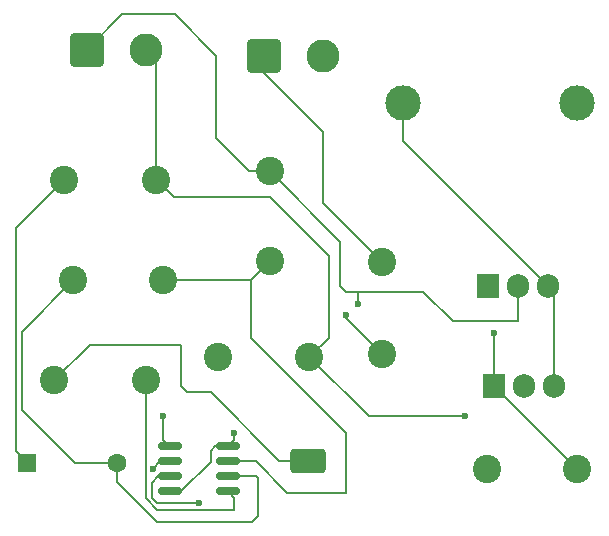
<source format=gbr>
%TF.GenerationSoftware,KiCad,Pcbnew,9.0.6*%
%TF.CreationDate,2025-11-19T21:55:10+05:30*%
%TF.ProjectId,class d  amplifier,636c6173-7320-4642-9020-616d706c6966,rev?*%
%TF.SameCoordinates,Original*%
%TF.FileFunction,Copper,L1,Top*%
%TF.FilePolarity,Positive*%
%FSLAX46Y46*%
G04 Gerber Fmt 4.6, Leading zero omitted, Abs format (unit mm)*
G04 Created by KiCad (PCBNEW 9.0.6) date 2025-11-19 21:55:10*
%MOMM*%
%LPD*%
G01*
G04 APERTURE LIST*
G04 Aperture macros list*
%AMRoundRect*
0 Rectangle with rounded corners*
0 $1 Rounding radius*
0 $2 $3 $4 $5 $6 $7 $8 $9 X,Y pos of 4 corners*
0 Add a 4 corners polygon primitive as box body*
4,1,4,$2,$3,$4,$5,$6,$7,$8,$9,$2,$3,0*
0 Add four circle primitives for the rounded corners*
1,1,$1+$1,$2,$3*
1,1,$1+$1,$4,$5*
1,1,$1+$1,$6,$7*
1,1,$1+$1,$8,$9*
0 Add four rect primitives between the rounded corners*
20,1,$1+$1,$2,$3,$4,$5,0*
20,1,$1+$1,$4,$5,$6,$7,0*
20,1,$1+$1,$6,$7,$8,$9,0*
20,1,$1+$1,$8,$9,$2,$3,0*%
G04 Aperture macros list end*
%TA.AperFunction,SMDPad,CuDef*%
%ADD10RoundRect,0.150000X-0.825000X-0.150000X0.825000X-0.150000X0.825000X0.150000X-0.825000X0.150000X0*%
%TD*%
%TA.AperFunction,ComponentPad*%
%ADD11C,2.400000*%
%TD*%
%TA.AperFunction,ComponentPad*%
%ADD12RoundRect,0.250000X-0.550000X-0.550000X0.550000X-0.550000X0.550000X0.550000X-0.550000X0.550000X0*%
%TD*%
%TA.AperFunction,ComponentPad*%
%ADD13C,1.600000*%
%TD*%
%TA.AperFunction,ComponentPad*%
%ADD14C,3.000000*%
%TD*%
%TA.AperFunction,ComponentPad*%
%ADD15RoundRect,0.250000X1.250000X-0.750000X1.250000X0.750000X-1.250000X0.750000X-1.250000X-0.750000X0*%
%TD*%
%TA.AperFunction,ComponentPad*%
%ADD16R,1.905000X2.000000*%
%TD*%
%TA.AperFunction,ComponentPad*%
%ADD17O,1.905000X2.000000*%
%TD*%
%TA.AperFunction,ComponentPad*%
%ADD18RoundRect,0.250001X-1.149999X-1.149999X1.149999X-1.149999X1.149999X1.149999X-1.149999X1.149999X0*%
%TD*%
%TA.AperFunction,ComponentPad*%
%ADD19C,2.800000*%
%TD*%
%TA.AperFunction,ViaPad*%
%ADD20C,0.600000*%
%TD*%
%TA.AperFunction,Conductor*%
%ADD21C,0.200000*%
%TD*%
G04 APERTURE END LIST*
D10*
%TO.P,U1,1,GND*%
%TO.N,Net-(J2-Pin_2)*%
X95025000Y-90595000D03*
%TO.P,U1,2,TR*%
%TO.N,Net-(D1-K)*%
X95025000Y-91865000D03*
%TO.P,U1,3,Q*%
%TO.N,Net-(U1-Q)*%
X95025000Y-93135000D03*
%TO.P,U1,4,R*%
%TO.N,Net-(J2-Pin_1)*%
X95025000Y-94405000D03*
%TO.P,U1,5,CV*%
%TO.N,Net-(U1-CV)*%
X99975000Y-94405000D03*
%TO.P,U1,6,THR*%
%TO.N,Net-(D1-A)*%
X99975000Y-93135000D03*
%TO.P,U1,7,DIS*%
%TO.N,Net-(U1-DIS)*%
X99975000Y-91865000D03*
%TO.P,U1,8,VCC*%
%TO.N,Net-(J2-Pin_1)*%
X99975000Y-90595000D03*
%TD*%
D11*
%TO.P,R1,1*%
%TO.N,Net-(U1-DIS)*%
X103500000Y-74910000D03*
%TO.P,R1,2*%
%TO.N,Net-(J2-Pin_1)*%
X103500000Y-67290000D03*
%TD*%
D12*
%TO.P,D1,1,K*%
%TO.N,Net-(D1-K)*%
X83000000Y-92000000D03*
D13*
%TO.P,D1,2,A*%
%TO.N,Net-(D1-A)*%
X90620000Y-92000000D03*
%TD*%
D14*
%TO.P,L1,1,1*%
%TO.N,Net-(Q1-E)*%
X114800000Y-61500000D03*
%TO.P,L1,2,2*%
%TO.N,Net-(C3-Pad1)*%
X129500000Y-61500000D03*
%TD*%
D11*
%TO.P,C2,1*%
%TO.N,Net-(J1-Pin_1)*%
X85250000Y-85000000D03*
%TO.P,C2,2*%
%TO.N,Net-(U1-CV)*%
X93000000Y-85000000D03*
%TD*%
%TO.P,C3,1*%
%TO.N,Net-(C3-Pad1)*%
X99125000Y-83000000D03*
%TO.P,C3,2*%
%TO.N,Net-(J2-Pin_2)*%
X106875000Y-83000000D03*
%TD*%
D15*
%TO.P,J1,1,Pin_1*%
%TO.N,Net-(J1-Pin_1)*%
X106717500Y-91800000D03*
%TD*%
D11*
%TO.P,C1,1*%
%TO.N,Net-(D1-K)*%
X86125000Y-68000000D03*
%TO.P,C1,2*%
%TO.N,Net-(J2-Pin_2)*%
X93875000Y-68000000D03*
%TD*%
D16*
%TO.P,Q1,1,B*%
%TO.N,Net-(Q1-B)*%
X122000000Y-77000000D03*
D17*
%TO.P,Q1,2,C*%
%TO.N,Net-(J2-Pin_1)*%
X124540000Y-77000000D03*
%TO.P,Q1,3,E*%
%TO.N,Net-(Q1-E)*%
X127080000Y-77000000D03*
%TD*%
D11*
%TO.P,R2,1*%
%TO.N,Net-(D1-A)*%
X86880000Y-76500000D03*
%TO.P,R2,2*%
%TO.N,Net-(U1-DIS)*%
X94500000Y-76500000D03*
%TD*%
D18*
%TO.P,J3,1,Pin_1*%
%TO.N,Net-(J3-Pin_1)*%
X103000000Y-57500000D03*
D19*
%TO.P,J3,2,Pin_2*%
%TO.N,Net-(J2-Pin_2)*%
X108000000Y-57500000D03*
%TD*%
D11*
%TO.P,R3,1*%
%TO.N,Net-(U1-Q)*%
X121880000Y-92500000D03*
%TO.P,R3,2*%
%TO.N,Net-(Q1-B)*%
X129500000Y-92500000D03*
%TD*%
D16*
%TO.P,Q2,1,B*%
%TO.N,Net-(Q1-B)*%
X122500000Y-85500000D03*
D17*
%TO.P,Q2,2,C*%
%TO.N,Net-(J2-Pin_2)*%
X125040000Y-85500000D03*
%TO.P,Q2,3,E*%
%TO.N,Net-(Q1-E)*%
X127580000Y-85500000D03*
%TD*%
D18*
%TO.P,J2,1,Pin_1*%
%TO.N,Net-(J2-Pin_1)*%
X88000000Y-57000000D03*
D19*
%TO.P,J2,2,Pin_2*%
%TO.N,Net-(J2-Pin_2)*%
X93000000Y-57000000D03*
%TD*%
D11*
%TO.P,C4,1*%
%TO.N,Net-(C3-Pad1)*%
X113000000Y-82750000D03*
%TO.P,C4,2*%
%TO.N,Net-(J3-Pin_1)*%
X113000000Y-75000000D03*
%TD*%
D20*
%TO.N,Net-(D1-K)*%
X93600000Y-92500000D03*
%TO.N,Net-(J2-Pin_2)*%
X120000000Y-88000000D03*
X94500000Y-88000000D03*
%TO.N,Net-(C3-Pad1)*%
X110000000Y-79500000D03*
%TO.N,Net-(J2-Pin_1)*%
X111000000Y-78500000D03*
X100500000Y-89500000D03*
%TO.N,Net-(Q1-B)*%
X122500000Y-81000000D03*
%TO.N,Net-(U1-Q)*%
X97500000Y-95400000D03*
%TD*%
D21*
%TO.N,Net-(D1-K)*%
X82000000Y-91000000D02*
X82000000Y-72125000D01*
X83000000Y-92000000D02*
X82000000Y-91000000D01*
X82000000Y-72125000D02*
X86125000Y-68000000D01*
X95025000Y-91865000D02*
X94235000Y-91865000D01*
X94235000Y-91865000D02*
X93600000Y-92500000D01*
%TO.N,Net-(J2-Pin_2)*%
X95025000Y-90595000D02*
X94500000Y-90070000D01*
X103500000Y-69500000D02*
X95375000Y-69500000D01*
X95375000Y-69500000D02*
X93875000Y-68000000D01*
X108500000Y-74500000D02*
X103500000Y-69500000D01*
X93875000Y-68000000D02*
X93875000Y-57875000D01*
X111875000Y-88000000D02*
X120000000Y-88000000D01*
X94500000Y-90070000D02*
X94500000Y-88000000D01*
X106875000Y-83000000D02*
X111875000Y-88000000D01*
X108500000Y-81375000D02*
X108500000Y-74500000D01*
X106875000Y-83000000D02*
X108500000Y-81375000D01*
X93875000Y-57875000D02*
X93000000Y-57000000D01*
%TO.N,Net-(U1-CV)*%
X94000000Y-96000000D02*
X100500000Y-96000000D01*
X100500000Y-96000000D02*
X100500000Y-94930000D01*
X93000000Y-85000000D02*
X93000000Y-95000000D01*
X100500000Y-94930000D02*
X99975000Y-94405000D01*
X93000000Y-95000000D02*
X94000000Y-96000000D01*
%TO.N,Net-(J1-Pin_1)*%
X96500000Y-86000000D02*
X96000000Y-85500000D01*
X96000000Y-85500000D02*
X96000000Y-82000000D01*
X104300000Y-91800000D02*
X98500000Y-86000000D01*
X98500000Y-86000000D02*
X96500000Y-86000000D01*
X88250000Y-82000000D02*
X85250000Y-85000000D01*
X96000000Y-82000000D02*
X88250000Y-82000000D01*
X106717500Y-91800000D02*
X104300000Y-91800000D01*
%TO.N,Net-(C3-Pad1)*%
X113000000Y-82750000D02*
X110000000Y-79750000D01*
X110000000Y-79750000D02*
X110000000Y-79500000D01*
%TO.N,Net-(J3-Pin_1)*%
X103000000Y-59000000D02*
X103000000Y-57500000D01*
X108000000Y-64000000D02*
X103000000Y-59000000D01*
X113000000Y-75000000D02*
X108000000Y-70000000D01*
X108000000Y-70000000D02*
X108000000Y-64000000D01*
%TO.N,Net-(D1-A)*%
X102500000Y-96500000D02*
X102500000Y-93270000D01*
X82500000Y-87500000D02*
X82500000Y-80880000D01*
X94000000Y-97000000D02*
X102000000Y-97000000D01*
X90620000Y-92000000D02*
X87000000Y-92000000D01*
X102500000Y-93270000D02*
X102365000Y-93135000D01*
X90620000Y-93620000D02*
X94000000Y-97000000D01*
X102365000Y-93135000D02*
X99975000Y-93135000D01*
X82500000Y-80880000D02*
X86880000Y-76500000D01*
X90620000Y-92000000D02*
X90620000Y-93620000D01*
X87000000Y-92000000D02*
X82500000Y-87500000D01*
X102000000Y-97000000D02*
X102500000Y-96500000D01*
%TO.N,Net-(J2-Pin_1)*%
X119000000Y-80000000D02*
X124500000Y-80000000D01*
X98500000Y-91000000D02*
X98905000Y-90595000D01*
X95500000Y-54000000D02*
X99000000Y-57500000D01*
X116500000Y-77500000D02*
X119000000Y-80000000D01*
X103500000Y-67290000D02*
X109500000Y-73290000D01*
X111000000Y-77500000D02*
X111000000Y-78500000D01*
X124500000Y-80000000D02*
X124540000Y-79960000D01*
X124540000Y-79960000D02*
X124540000Y-77000000D01*
X91000000Y-54000000D02*
X95500000Y-54000000D01*
X99000000Y-57500000D02*
X99000000Y-64500000D01*
X88000000Y-57000000D02*
X91000000Y-54000000D01*
X99000000Y-64500000D02*
X101790000Y-67290000D01*
X111000000Y-77500000D02*
X116500000Y-77500000D01*
X101790000Y-67290000D02*
X103500000Y-67290000D01*
X110000000Y-77500000D02*
X111000000Y-77500000D01*
X99975000Y-90595000D02*
X100500000Y-90070000D01*
X95025000Y-94405000D02*
X95999999Y-94405000D01*
X100500000Y-90070000D02*
X100500000Y-89500000D01*
X98905000Y-90595000D02*
X99975000Y-90595000D01*
X109500000Y-73290000D02*
X109500000Y-77000000D01*
X109500000Y-77000000D02*
X110000000Y-77500000D01*
X98500000Y-91904999D02*
X98500000Y-91000000D01*
X95999999Y-94405000D02*
X98500000Y-91904999D01*
%TO.N,Net-(Q1-E)*%
X114800000Y-61500000D02*
X114800000Y-64720000D01*
X114800000Y-64720000D02*
X127080000Y-77000000D01*
X127580000Y-77500000D02*
X127080000Y-77000000D01*
X127580000Y-85500000D02*
X127580000Y-77500000D01*
%TO.N,Net-(Q1-B)*%
X129500000Y-92500000D02*
X122500000Y-85500000D01*
X122500000Y-85500000D02*
X122500000Y-81000000D01*
%TO.N,Net-(U1-DIS)*%
X94500000Y-76500000D02*
X101910000Y-76500000D01*
X99975000Y-91865000D02*
X102365000Y-91865000D01*
X105000000Y-94500000D02*
X110000000Y-94500000D01*
X101910000Y-76500000D02*
X103500000Y-74910000D01*
X110000000Y-89500000D02*
X101910000Y-81410000D01*
X101910000Y-81410000D02*
X101910000Y-76500000D01*
X102365000Y-91865000D02*
X105000000Y-94500000D01*
X110000000Y-94500000D02*
X110000000Y-89500000D01*
%TO.N,Net-(U1-Q)*%
X95025000Y-93135000D02*
X94050001Y-93135000D01*
X93967100Y-95400000D02*
X97500000Y-95400000D01*
X93500000Y-93685001D02*
X93500000Y-94932900D01*
X93500000Y-94932900D02*
X93967100Y-95400000D01*
X94050001Y-93135000D02*
X93500000Y-93685001D01*
%TD*%
M02*

</source>
